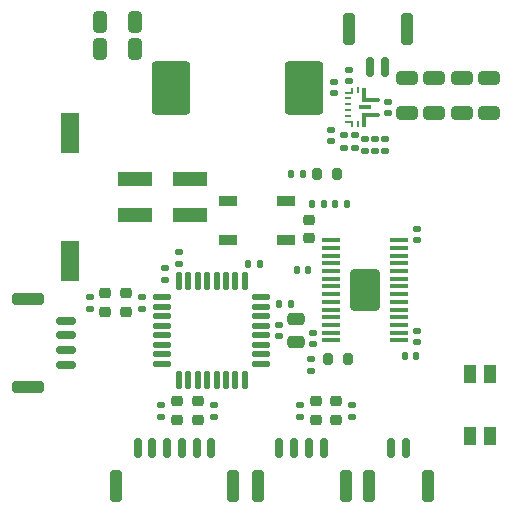
<source format=gbr>
%TF.GenerationSoftware,KiCad,Pcbnew,9.0.0*%
%TF.CreationDate,2025-08-20T08:39:56+02:00*%
%TF.ProjectId,SPARK,53504152-4b2e-46b6-9963-61645f706362,rev?*%
%TF.SameCoordinates,Original*%
%TF.FileFunction,Paste,Top*%
%TF.FilePolarity,Positive*%
%FSLAX46Y46*%
G04 Gerber Fmt 4.6, Leading zero omitted, Abs format (unit mm)*
G04 Created by KiCad (PCBNEW 9.0.0) date 2025-08-20 08:39:56*
%MOMM*%
%LPD*%
G01*
G04 APERTURE LIST*
G04 Aperture macros list*
%AMRoundRect*
0 Rectangle with rounded corners*
0 $1 Rounding radius*
0 $2 $3 $4 $5 $6 $7 $8 $9 X,Y pos of 4 corners*
0 Add a 4 corners polygon primitive as box body*
4,1,4,$2,$3,$4,$5,$6,$7,$8,$9,$2,$3,0*
0 Add four circle primitives for the rounded corners*
1,1,$1+$1,$2,$3*
1,1,$1+$1,$4,$5*
1,1,$1+$1,$6,$7*
1,1,$1+$1,$8,$9*
0 Add four rect primitives between the rounded corners*
20,1,$1+$1,$2,$3,$4,$5,0*
20,1,$1+$1,$4,$5,$6,$7,0*
20,1,$1+$1,$6,$7,$8,$9,0*
20,1,$1+$1,$8,$9,$2,$3,0*%
G04 Aperture macros list end*
%ADD10RoundRect,0.140000X0.170000X-0.140000X0.170000X0.140000X-0.170000X0.140000X-0.170000X-0.140000X0*%
%ADD11RoundRect,0.250000X-0.650000X0.325000X-0.650000X-0.325000X0.650000X-0.325000X0.650000X0.325000X0*%
%ADD12RoundRect,0.250000X0.475000X-0.250000X0.475000X0.250000X-0.475000X0.250000X-0.475000X-0.250000X0*%
%ADD13RoundRect,0.150000X-0.150000X-0.700000X0.150000X-0.700000X0.150000X0.700000X-0.150000X0.700000X0*%
%ADD14RoundRect,0.250000X-0.250000X-1.100000X0.250000X-1.100000X0.250000X1.100000X-0.250000X1.100000X0*%
%ADD15RoundRect,0.135000X-0.135000X-0.185000X0.135000X-0.185000X0.135000X0.185000X-0.135000X0.185000X0*%
%ADD16RoundRect,0.218750X-0.256250X0.218750X-0.256250X-0.218750X0.256250X-0.218750X0.256250X0.218750X0*%
%ADD17RoundRect,0.135000X0.185000X-0.135000X0.185000X0.135000X-0.185000X0.135000X-0.185000X-0.135000X0*%
%ADD18RoundRect,0.380241X0.889759X1.397759X-0.889759X1.397759X-0.889759X-1.397759X0.889759X-1.397759X0*%
%ADD19RoundRect,0.100000X0.675000X0.100000X-0.675000X0.100000X-0.675000X-0.100000X0.675000X-0.100000X0*%
%ADD20RoundRect,0.140000X0.140000X0.170000X-0.140000X0.170000X-0.140000X-0.170000X0.140000X-0.170000X0*%
%ADD21RoundRect,0.218750X0.256250X-0.218750X0.256250X0.218750X-0.256250X0.218750X-0.256250X-0.218750X0*%
%ADD22RoundRect,0.135000X-0.185000X0.135000X-0.185000X-0.135000X0.185000X-0.135000X0.185000X0.135000X0*%
%ADD23R,2.920000X1.270000*%
%ADD24R,1.650000X3.430000*%
%ADD25R,1.000000X1.550000*%
%ADD26RoundRect,0.125000X0.625000X0.125000X-0.625000X0.125000X-0.625000X-0.125000X0.625000X-0.125000X0*%
%ADD27RoundRect,0.125000X0.125000X0.625000X-0.125000X0.625000X-0.125000X-0.625000X0.125000X-0.625000X0*%
%ADD28RoundRect,0.200000X-0.200000X-0.275000X0.200000X-0.275000X0.200000X0.275000X-0.200000X0.275000X0*%
%ADD29RoundRect,0.062500X0.062500X-0.225000X0.062500X0.225000X-0.062500X0.225000X-0.062500X-0.225000X0*%
%ADD30RoundRect,0.056250X-0.293750X0.056250X-0.293750X-0.056250X0.293750X-0.056250X0.293750X0.056250X0*%
%ADD31RoundRect,0.062500X-0.062500X-0.212500X0.062500X-0.212500X0.062500X0.212500X-0.062500X0.212500X0*%
%ADD32RoundRect,0.100000X0.100000X-0.525000X0.100000X0.525000X-0.100000X0.525000X-0.100000X-0.525000X0*%
%ADD33RoundRect,0.100000X0.625000X-0.100000X0.625000X0.100000X-0.625000X0.100000X-0.625000X-0.100000X0*%
%ADD34RoundRect,0.100000X0.400000X-0.100000X0.400000X0.100000X-0.400000X0.100000X-0.400000X-0.100000X0*%
%ADD35RoundRect,0.062500X0.212500X-0.062500X0.212500X0.062500X-0.212500X0.062500X-0.212500X-0.062500X0*%
%ADD36RoundRect,0.090000X0.660000X0.360000X-0.660000X0.360000X-0.660000X-0.360000X0.660000X-0.360000X0*%
%ADD37RoundRect,0.225000X0.250000X-0.225000X0.250000X0.225000X-0.250000X0.225000X-0.250000X-0.225000X0*%
%ADD38RoundRect,0.135000X0.135000X0.185000X-0.135000X0.185000X-0.135000X-0.185000X0.135000X-0.185000X0*%
%ADD39RoundRect,0.250000X-1.375000X-2.000000X1.375000X-2.000000X1.375000X2.000000X-1.375000X2.000000X0*%
%ADD40RoundRect,0.250000X0.325000X0.650000X-0.325000X0.650000X-0.325000X-0.650000X0.325000X-0.650000X0*%
%ADD41RoundRect,0.140000X-0.170000X0.140000X-0.170000X-0.140000X0.170000X-0.140000X0.170000X0.140000X0*%
%ADD42RoundRect,0.150000X0.150000X0.700000X-0.150000X0.700000X-0.150000X-0.700000X0.150000X-0.700000X0*%
%ADD43RoundRect,0.250000X0.250000X1.100000X-0.250000X1.100000X-0.250000X-1.100000X0.250000X-1.100000X0*%
%ADD44RoundRect,0.150000X-0.700000X0.150000X-0.700000X-0.150000X0.700000X-0.150000X0.700000X0.150000X0*%
%ADD45RoundRect,0.250000X-1.100000X0.250000X-1.100000X-0.250000X1.100000X-0.250000X1.100000X0.250000X0*%
%ADD46RoundRect,0.140000X-0.140000X-0.170000X0.140000X-0.170000X0.140000X0.170000X-0.140000X0.170000X0*%
G04 APERTURE END LIST*
D10*
%TO.C,C22*%
X-7450000Y22470000D03*
X-7450000Y23430000D03*
%TD*%
D11*
%TO.C,C8*%
X-5950000Y36175000D03*
X-5950000Y33225000D03*
%TD*%
D12*
%TO.C,C17*%
X-17700000Y13850000D03*
X-17700000Y15750000D03*
%TD*%
D13*
%TO.C,J8*%
X-19075000Y4850000D03*
X-17825000Y4850000D03*
X-16575000Y4850000D03*
X-15325000Y4850000D03*
D14*
X-20925000Y1650000D03*
X-13475000Y1650000D03*
%TD*%
D15*
%TO.C,R7*%
X-16310000Y25500000D03*
X-15290000Y25500000D03*
%TD*%
D11*
%TO.C,C7*%
X-8250000Y36175000D03*
X-8250000Y33225000D03*
%TD*%
D16*
%TO.C,LED5*%
X-26000000Y8787500D03*
X-26000000Y7212500D03*
%TD*%
%TO.C,LED2*%
X-16000000Y8787500D03*
X-16000000Y7212500D03*
%TD*%
D17*
%TO.C,R13*%
X-35100000Y16640000D03*
X-35100000Y17660000D03*
%TD*%
D18*
%TO.C,U3*%
X-11850000Y18200000D03*
D19*
X-8975000Y13975000D03*
X-8975000Y14625000D03*
X-8975000Y15275000D03*
X-8975000Y15925000D03*
X-8975000Y16575000D03*
X-8975000Y17225000D03*
X-8975000Y17875000D03*
X-8975000Y18525000D03*
X-8975000Y19175000D03*
X-8975000Y19825000D03*
X-8975000Y20475000D03*
X-8975000Y21125000D03*
X-8975000Y21775000D03*
X-8975000Y22425000D03*
X-14725000Y22425000D03*
X-14725000Y21775000D03*
X-14725000Y21125000D03*
X-14725000Y20475000D03*
X-14725000Y19825000D03*
X-14725000Y19175000D03*
X-14725000Y18525000D03*
X-14725000Y17875000D03*
X-14725000Y17225000D03*
X-14725000Y16575000D03*
X-14725000Y15925000D03*
X-14725000Y15275000D03*
X-14725000Y14625000D03*
X-14725000Y13975000D03*
%TD*%
D20*
%TO.C,C20*%
X-16620000Y19950000D03*
X-17580000Y19950000D03*
%TD*%
D10*
%TO.C,C4*%
X-13150000Y35920000D03*
X-13150000Y36880000D03*
%TD*%
D11*
%TO.C,C9*%
X-3650000Y36175000D03*
X-3650000Y33225000D03*
%TD*%
D17*
%TO.C,R12*%
X-30750000Y16640000D03*
X-30750000Y17660000D03*
%TD*%
D21*
%TO.C,LED7*%
X-33800000Y16362500D03*
X-33800000Y17937500D03*
%TD*%
D22*
%TO.C,R10*%
X-29100000Y8510000D03*
X-29100000Y7490000D03*
%TD*%
D23*
%TO.C,J4*%
X-31315000Y24600000D03*
X-31315000Y27600000D03*
X-26685000Y24600000D03*
X-26685000Y27600000D03*
D24*
X-36785000Y20715000D03*
X-36785000Y31485000D03*
%TD*%
D22*
%TO.C,R8*%
X-17337500Y8510000D03*
X-17337500Y7490000D03*
%TD*%
D15*
%TO.C,R14*%
X-21710000Y20450000D03*
X-20690000Y20450000D03*
%TD*%
D25*
%TO.C,SW1*%
X-1250000Y11125000D03*
X-1250000Y5875000D03*
X-2950000Y11125000D03*
X-2950000Y5875000D03*
%TD*%
D26*
%TO.C,U2*%
X-20625000Y12000000D03*
X-20625000Y12800000D03*
X-20625000Y13600000D03*
X-20625000Y14400000D03*
X-20625000Y15200000D03*
X-20625000Y16000000D03*
X-20625000Y16800000D03*
X-20625000Y17600000D03*
D27*
X-22000000Y18975000D03*
X-22800000Y18975000D03*
X-23600000Y18975000D03*
X-24400000Y18975000D03*
X-25200000Y18975000D03*
X-26000000Y18975000D03*
X-26800000Y18975000D03*
X-27600000Y18975000D03*
D26*
X-28975000Y17600000D03*
X-28975000Y16800000D03*
X-28975000Y16000000D03*
X-28975000Y15200000D03*
X-28975000Y14400000D03*
X-28975000Y13600000D03*
X-28975000Y12800000D03*
X-28975000Y12000000D03*
D27*
X-27600000Y10625000D03*
X-26800000Y10625000D03*
X-26000000Y10625000D03*
X-25200000Y10625000D03*
X-24400000Y10625000D03*
X-23600000Y10625000D03*
X-22800000Y10625000D03*
X-22000000Y10625000D03*
%TD*%
D22*
%TO.C,R3*%
X-10100000Y31010000D03*
X-10100000Y29990000D03*
%TD*%
D16*
%TO.C,LED3*%
X-14250000Y8787500D03*
X-14250000Y7212500D03*
%TD*%
D28*
%TO.C,TH2*%
X-15875000Y28050000D03*
X-14225000Y28050000D03*
%TD*%
D13*
%TO.C,J1*%
X-9625000Y4850000D03*
X-8375000Y4850000D03*
D14*
X-11475000Y1650000D03*
X-6525000Y1650000D03*
%TD*%
D10*
%TO.C,C13*%
X-14700000Y30820000D03*
X-14700000Y31780000D03*
%TD*%
D13*
%TO.C,J5*%
X-31075000Y4850000D03*
X-29825000Y4850000D03*
X-28575000Y4850000D03*
X-27325000Y4850000D03*
X-26075000Y4850000D03*
X-24825000Y4850000D03*
D14*
X-32925000Y1650000D03*
X-22975000Y1650000D03*
%TD*%
D29*
%TO.C,U1*%
X-12950000Y32287500D03*
D30*
X-13175000Y32462500D03*
D31*
X-12450000Y32275000D03*
D32*
X-11875000Y32625000D03*
D33*
X-11350000Y33050000D03*
D34*
X-11825000Y33700000D03*
D33*
X-11350000Y34350000D03*
D32*
X-11875000Y34775000D03*
D31*
X-12450000Y35125000D03*
D30*
X-13175000Y34937500D03*
D29*
X-12950000Y35112500D03*
D35*
X-13250000Y34450000D03*
X-13250000Y33950000D03*
X-13250000Y33450000D03*
X-13250000Y32950000D03*
%TD*%
D36*
%TO.C,LED1*%
X-18550000Y22450000D03*
X-18550000Y25750000D03*
X-23450000Y25750000D03*
X-23450000Y22450000D03*
%TD*%
D22*
%TO.C,R9*%
X-12937500Y8510000D03*
X-12937500Y7490000D03*
%TD*%
D15*
%TO.C,R6*%
X-14410000Y25500000D03*
X-13390000Y25500000D03*
%TD*%
D37*
%TO.C,C25*%
X-16550000Y22625000D03*
X-16550000Y24175000D03*
%TD*%
D17*
%TO.C,R1*%
X-13600000Y30290000D03*
X-13600000Y31310000D03*
%TD*%
D38*
%TO.C,R5*%
X-17090000Y28050000D03*
X-18110000Y28050000D03*
%TD*%
D39*
%TO.C,L1*%
X-28225000Y35350000D03*
X-16975000Y35350000D03*
%TD*%
D40*
%TO.C,C2*%
X-31325000Y40900000D03*
X-34275000Y40900000D03*
%TD*%
D41*
%TO.C,C15*%
X-11800000Y30980000D03*
X-11800000Y30020000D03*
%TD*%
D10*
%TO.C,C16*%
X-19150000Y14320000D03*
X-19150000Y15280000D03*
%TD*%
D22*
%TO.C,R4*%
X-16425000Y12360000D03*
X-16425000Y11340000D03*
%TD*%
D42*
%TO.C,J2*%
X-10125000Y37150000D03*
X-11375000Y37150000D03*
D43*
X-8275000Y40350000D03*
X-13225000Y40350000D03*
%TD*%
D44*
%TO.C,J7*%
X-37150000Y15625000D03*
X-37150000Y14375000D03*
X-37150000Y13125000D03*
X-37150000Y11875000D03*
D45*
X-40350000Y17475000D03*
X-40350000Y10025000D03*
%TD*%
D41*
%TO.C,C19*%
X-7450000Y14780000D03*
X-7450000Y13820000D03*
%TD*%
D10*
%TO.C,C5*%
X-14450000Y34870000D03*
X-14450000Y35830000D03*
%TD*%
D22*
%TO.C,R15*%
X-27600000Y21460000D03*
X-27600000Y20440000D03*
%TD*%
D21*
%TO.C,LED6*%
X-32050000Y16362500D03*
X-32050000Y17937500D03*
%TD*%
D28*
%TO.C,TH1*%
X-14950000Y12350000D03*
X-13300000Y12350000D03*
%TD*%
D41*
%TO.C,C24*%
X-16250000Y14580000D03*
X-16250000Y13620000D03*
%TD*%
D11*
%TO.C,C10*%
X-1350000Y36175000D03*
X-1350000Y33225000D03*
%TD*%
D41*
%TO.C,C14*%
X-10950000Y30980000D03*
X-10950000Y30020000D03*
%TD*%
D40*
%TO.C,C3*%
X-31325000Y38600000D03*
X-34275000Y38600000D03*
%TD*%
D22*
%TO.C,R16*%
X-28750000Y20110000D03*
X-28750000Y19090000D03*
%TD*%
D20*
%TO.C,C21*%
X-7520000Y12600000D03*
X-8480000Y12600000D03*
%TD*%
D46*
%TO.C,C18*%
X-19080000Y17000000D03*
X-18120000Y17000000D03*
%TD*%
D22*
%TO.C,R11*%
X-24650000Y8510000D03*
X-24650000Y7490000D03*
%TD*%
D16*
%TO.C,LED4*%
X-27750000Y8787500D03*
X-27750000Y7212500D03*
%TD*%
D41*
%TO.C,C6*%
X-9900000Y34180000D03*
X-9900000Y33220000D03*
%TD*%
D22*
%TO.C,R2*%
X-12700000Y31310000D03*
X-12700000Y30290000D03*
%TD*%
M02*

</source>
